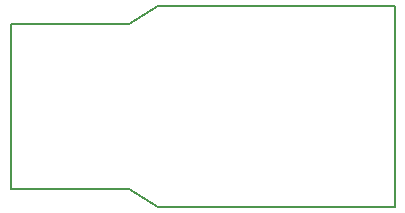
<source format=gm1>
G04 #@! TF.FileFunction,Profile,NP*
%FSLAX46Y46*%
G04 Gerber Fmt 4.6, Leading zero omitted, Abs format (unit mm)*
G04 Created by KiCad (PCBNEW 4.0.1-product) date Wed 24 Feb 2016 04:31:22 PM PST*
%MOMM*%
G01*
G04 APERTURE LIST*
%ADD10C,0.100000*%
%ADD11C,0.200000*%
G04 APERTURE END LIST*
D10*
D11*
X80000000Y-56000000D02*
X82500000Y-57500000D01*
X82500000Y-40500000D02*
X80000000Y-42000000D01*
X70000000Y-42000000D02*
X80000000Y-42000000D01*
X82500000Y-57500000D02*
X102500000Y-57500000D01*
X102500000Y-40500000D02*
X82500000Y-40500000D01*
X102500000Y-57500000D02*
X102500000Y-40500000D01*
X70000000Y-56000000D02*
X80000000Y-56000000D01*
X70000000Y-42000000D02*
X70000000Y-56000000D01*
M02*

</source>
